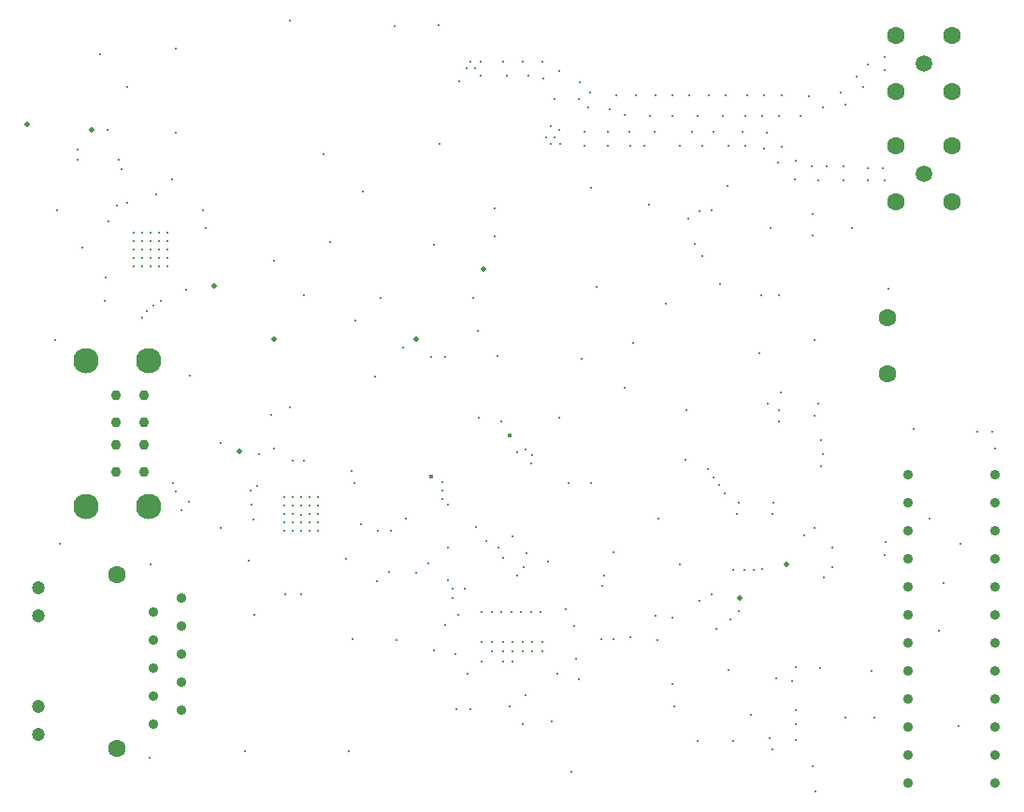
<source format=gbr>
%TF.GenerationSoftware,Altium Limited,Altium Designer,23.8.1 (32)*%
G04 Layer_Color=0*
%FSLAX45Y45*%
%MOMM*%
%TF.SameCoordinates,47205040-CD91-4698-B5C6-F5A5CD4DDF21*%
%TF.FilePolarity,Positive*%
%TF.FileFunction,Plated,1,4,PTH,Drill*%
%TF.Part,Single*%
G01*
G75*
%TA.AperFunction,ComponentDrill*%
%ADD169C,1.60000*%
%ADD170C,1.50000*%
%ADD171C,0.89000*%
%ADD172C,2.30000*%
%ADD173C,0.92000*%
%ADD174C,0.90000*%
%ADD175C,1.20000*%
%TA.AperFunction,ViaDrill,NotFilled*%
%ADD176C,0.30000*%
%ADD177C,0.20000*%
%ADD178C,0.50000*%
%ADD179C,0.40000*%
D169*
X10786000Y9096000D02*
D03*
Y9604000D02*
D03*
X11294000D02*
D03*
Y9096000D02*
D03*
X10786000Y8096000D02*
D03*
Y8604000D02*
D03*
X11294000D02*
D03*
Y8096000D02*
D03*
X10706100Y7048500D02*
D03*
Y6540500D02*
D03*
X3736000Y4722500D02*
D03*
Y3148500D02*
D03*
D170*
X11040000Y9350000D02*
D03*
Y8350000D02*
D03*
D171*
X11684000Y2832100D02*
D03*
Y3086100D02*
D03*
Y3340100D02*
D03*
Y3594100D02*
D03*
Y3848100D02*
D03*
Y4102100D02*
D03*
Y4356100D02*
D03*
Y4610100D02*
D03*
Y4864100D02*
D03*
Y5118100D02*
D03*
Y5372100D02*
D03*
Y5626100D02*
D03*
X10897000D02*
D03*
Y5372100D02*
D03*
Y5118100D02*
D03*
Y4864100D02*
D03*
Y4610100D02*
D03*
Y4356100D02*
D03*
Y4102100D02*
D03*
Y3848100D02*
D03*
Y3594100D02*
D03*
Y3340100D02*
D03*
Y3086100D02*
D03*
Y2832100D02*
D03*
D172*
X3450000Y5343000D02*
D03*
X4018000D02*
D03*
X3450000Y6657000D02*
D03*
X4018000D02*
D03*
D173*
X3983000Y6350000D02*
D03*
Y6100000D02*
D03*
Y5900000D02*
D03*
Y5650000D02*
D03*
X3721000Y6350000D02*
D03*
Y6100000D02*
D03*
Y5900000D02*
D03*
Y5650000D02*
D03*
D174*
X4320000Y4508500D02*
D03*
X4066000Y4381500D02*
D03*
X4320000Y4254500D02*
D03*
X4066000Y4127500D02*
D03*
X4320000Y4000500D02*
D03*
X4066000Y3873500D02*
D03*
X4320000Y3746500D02*
D03*
X4066000Y3619500D02*
D03*
X4320000Y3492500D02*
D03*
X4066000Y3365500D02*
D03*
D175*
X3025000Y4601500D02*
D03*
Y4346500D02*
D03*
Y3526500D02*
D03*
Y3271500D02*
D03*
D176*
X9563100Y7251700D02*
D03*
X9728200D02*
D03*
X10096500Y3873500D02*
D03*
X10033000Y2984500D02*
D03*
X9029700Y7607300D02*
D03*
X9118600Y8026400D02*
D03*
D177*
X8763000Y4330700D02*
D03*
X7035800Y3937000D02*
D03*
X7315200D02*
D03*
X7226300D02*
D03*
X7124700Y4025900D02*
D03*
X7226300D02*
D03*
X7035800Y4114800D02*
D03*
Y4381500D02*
D03*
X7569200D02*
D03*
X7581900Y4114800D02*
D03*
Y4025900D02*
D03*
X7493000D02*
D03*
X7404100D02*
D03*
X7315200D02*
D03*
X7658100Y8623300D02*
D03*
X7734300Y8750300D02*
D03*
X6896100Y9309100D02*
D03*
X6832600Y9194800D02*
D03*
X7937500Y6680200D02*
D03*
X7734300Y6146800D02*
D03*
X7010400D02*
D03*
X6324600Y6781800D02*
D03*
X5892800Y7023100D02*
D03*
X6997700Y6934200D02*
D03*
X6959600Y7226300D02*
D03*
X6121400D02*
D03*
X6604000Y7708900D02*
D03*
X5664200Y7734300D02*
D03*
X5956300Y8191500D02*
D03*
X6654800Y8623300D02*
D03*
X5600700Y8534400D02*
D03*
X6642100Y9702800D02*
D03*
X6248400Y9690100D02*
D03*
X5295900Y9740900D02*
D03*
X4267200Y9486900D02*
D03*
X3581400Y9436100D02*
D03*
X3644900Y8750300D02*
D03*
X3187700Y8026400D02*
D03*
X4267200Y8724900D02*
D03*
X4229100Y8305800D02*
D03*
X5422900Y7251700D02*
D03*
X5156200Y7569200D02*
D03*
X3619500Y7200900D02*
D03*
X3175000Y6845300D02*
D03*
X5016500Y5816600D02*
D03*
X4394200Y6527800D02*
D03*
X4673600Y5918200D02*
D03*
X3213100Y5003800D02*
D03*
X4038600Y4813300D02*
D03*
X4025900Y3060700D02*
D03*
X4673600Y5143500D02*
D03*
X6350000Y5232400D02*
D03*
X4978400Y4356100D02*
D03*
X5867400Y4140200D02*
D03*
X6807200Y3505200D02*
D03*
X7404100Y3365500D02*
D03*
X7912100Y3771900D02*
D03*
X7823200Y5549900D02*
D03*
X8026400D02*
D03*
X8877300Y5765800D02*
D03*
X8636000Y5232400D02*
D03*
X8826500Y4813300D02*
D03*
X9271000Y3860800D02*
D03*
X9474200Y3454400D02*
D03*
X9702800Y3784600D02*
D03*
X10058400Y2755900D02*
D03*
X11353800Y3352800D02*
D03*
X10591800Y3429000D02*
D03*
X11176000Y4216400D02*
D03*
X11214100Y4648200D02*
D03*
X10210800Y4965700D02*
D03*
X10109200Y5702300D02*
D03*
X11087100Y5232400D02*
D03*
X11684000Y5867400D02*
D03*
X10947400Y6045200D02*
D03*
X10718800Y7315200D02*
D03*
X10388600Y7861300D02*
D03*
X10045700Y6845300D02*
D03*
X9550400Y6731000D02*
D03*
X8890000Y6210300D02*
D03*
X8331200Y6413500D02*
D03*
X8407400Y6819900D02*
D03*
X9194800Y7353300D02*
D03*
X9652000Y7861300D02*
D03*
X9258300Y8242300D02*
D03*
X8077200Y7327900D02*
D03*
X8026400Y8229600D02*
D03*
X9994900Y9055100D02*
D03*
X10528300Y8293100D02*
D03*
X10680700D02*
D03*
X10668000Y8407400D02*
D03*
X10528300D02*
D03*
X10312400Y8420100D02*
D03*
Y8293100D02*
D03*
X10160000Y8420100D02*
D03*
X10083800Y8293100D02*
D03*
X9867900Y8305800D02*
D03*
X9715500Y8458200D02*
D03*
X10020300Y8420100D02*
D03*
X9880600Y8470900D02*
D03*
X9753600Y8597900D02*
D03*
X9613900Y8724900D02*
D03*
X9588500Y8585200D02*
D03*
X9423400Y8610600D02*
D03*
X9398000Y8737600D02*
D03*
X9131300D02*
D03*
X9271000Y8610600D02*
D03*
X9029700D02*
D03*
X8826500D02*
D03*
X8940800Y8737600D02*
D03*
X8597900D02*
D03*
X8509000Y8610600D02*
D03*
X8382000D02*
D03*
X8178800D02*
D03*
X8369300Y8737600D02*
D03*
X8178800D02*
D03*
X7962900D02*
D03*
Y8610600D02*
D03*
X7747000Y8623300D02*
D03*
X7620000Y8686800D02*
D03*
X7658100Y8788400D02*
D03*
X7696200Y9029700D02*
D03*
X7912100D02*
D03*
X8001000Y8953500D02*
D03*
X8191500Y8940800D02*
D03*
X8331200Y8890000D02*
D03*
X8559800Y8877300D02*
D03*
X8763000D02*
D03*
X8991600D02*
D03*
X9220200D02*
D03*
X9423400D02*
D03*
X9575800D02*
D03*
X9728200D02*
D03*
X9918700D02*
D03*
X10121900Y8953500D02*
D03*
X10325100Y8978900D02*
D03*
X10490200Y9144000D02*
D03*
X10680700Y9296400D02*
D03*
Y9410700D02*
D03*
X10528300Y9347200D02*
D03*
X10426700Y9232900D02*
D03*
X10287000Y9093200D02*
D03*
X9753600Y9067800D02*
D03*
X9588500D02*
D03*
X9436100D02*
D03*
X9245600D02*
D03*
X9093200D02*
D03*
X8915400D02*
D03*
X8763000D02*
D03*
X8610600D02*
D03*
X8432800D02*
D03*
X8255000D02*
D03*
X8013700Y9093200D02*
D03*
X7924800Y9182100D02*
D03*
X7734300Y9283700D02*
D03*
X7594600Y9220200D02*
D03*
X7454900Y9245600D02*
D03*
X7264400D02*
D03*
X7023100D02*
D03*
X7581900Y9372600D02*
D03*
X7404100D02*
D03*
X7226300D02*
D03*
X7023100D02*
D03*
X6934200D02*
D03*
X4889500Y3124200D02*
D03*
X5829300D02*
D03*
X7848600Y2933700D02*
D03*
X8991600Y3213100D02*
D03*
X7670800Y3390900D02*
D03*
X8775700Y3530600D02*
D03*
X8763000Y3733800D02*
D03*
X7188200Y4965700D02*
D03*
X6769100Y4597400D02*
D03*
X9309100Y4762500D02*
D03*
X7124700Y4114800D02*
D03*
X7226300D02*
D03*
X7493000D02*
D03*
X7404100D02*
D03*
X7315200D02*
D03*
X7124700Y4381500D02*
D03*
X7480300D02*
D03*
X7391400D02*
D03*
X7213600D02*
D03*
X7302500D02*
D03*
X7480300Y5727700D02*
D03*
X7353300Y5829300D02*
D03*
X6731000Y5359400D02*
D03*
X6680200Y5562600D02*
D03*
X5003800Y5524500D02*
D03*
X4965700Y5219700D02*
D03*
X4241800Y5549900D02*
D03*
X4318000Y5308600D02*
D03*
X9575800Y4775200D02*
D03*
X3962400Y7048500D02*
D03*
X4127500Y7200900D02*
D03*
X3378200Y8572500D02*
D03*
X3771900Y8394700D02*
D03*
X3378200Y8483600D02*
D03*
X3746500D02*
D03*
X5473700Y5118100D02*
D03*
X5549900D02*
D03*
Y5194300D02*
D03*
X5473700D02*
D03*
X5397500D02*
D03*
Y5118100D02*
D03*
X5321300D02*
D03*
Y5194300D02*
D03*
X5245100Y5118100D02*
D03*
Y5194300D02*
D03*
X5321300Y5346700D02*
D03*
X5397500D02*
D03*
X5473700D02*
D03*
X5549900D02*
D03*
Y5422900D02*
D03*
X5473700D02*
D03*
X5397500D02*
D03*
X5321300D02*
D03*
X5245100D02*
D03*
Y5346700D02*
D03*
Y5270500D02*
D03*
X5321300D02*
D03*
X5549900D02*
D03*
X5473700D02*
D03*
X4191000Y7747000D02*
D03*
Y7823200D02*
D03*
X4114800D02*
D03*
Y7747000D02*
D03*
X4191000Y7518400D02*
D03*
Y7594600D02*
D03*
X4114800Y7518400D02*
D03*
Y7594600D02*
D03*
X3886200Y7518400D02*
D03*
X3962400D02*
D03*
Y7594600D02*
D03*
X3886200D02*
D03*
Y7823200D02*
D03*
Y7747000D02*
D03*
Y7670800D02*
D03*
X3962400Y7747000D02*
D03*
Y7823200D02*
D03*
X4038600D02*
D03*
Y7747000D02*
D03*
Y7518400D02*
D03*
Y7594600D02*
D03*
X3962400Y7670800D02*
D03*
X4191000D02*
D03*
X4114800D02*
D03*
X6604000Y4038600D02*
D03*
X5422900Y5753100D02*
D03*
X6261100Y4127500D02*
D03*
X7150100Y7785100D02*
D03*
Y8039100D02*
D03*
X9309100Y3213100D02*
D03*
X8623300Y4127500D02*
D03*
X8140700Y4711700D02*
D03*
X7353300D02*
D03*
X7416800Y4787900D02*
D03*
X4508500Y8026400D02*
D03*
X3822700Y8089900D02*
D03*
X5257800Y4546600D02*
D03*
X5398100Y5267300D02*
D03*
X4039200Y7671600D02*
D03*
X9639300Y3238500D02*
D03*
X9664700Y3136900D02*
D03*
X10325100Y3429000D02*
D03*
X9880600Y3225800D02*
D03*
Y3365500D02*
D03*
Y3492500D02*
D03*
X10210800Y4787900D02*
D03*
X9842500Y3759200D02*
D03*
X9880600Y3886200D02*
D03*
X5854700Y5664200D02*
D03*
X4940300Y5486400D02*
D03*
X4953000Y5359400D02*
D03*
X6438900Y4737100D02*
D03*
X5397500Y4546600D02*
D03*
X6197600Y4749800D02*
D03*
X6083300Y4660900D02*
D03*
X6731000Y4965700D02*
D03*
X6553200Y4826000D02*
D03*
X7073900Y5029200D02*
D03*
X6985000Y5156200D02*
D03*
X8699500Y7175500D02*
D03*
X8547100Y8077200D02*
D03*
X8910300Y7945100D02*
D03*
X8966200Y7721600D02*
D03*
X9004300Y8013700D02*
D03*
X11658600Y6019800D02*
D03*
X11518900D02*
D03*
X10033000Y7797800D02*
D03*
Y7988300D02*
D03*
X11366500Y5003800D02*
D03*
X10680700Y4902200D02*
D03*
X10693400Y5016500D02*
D03*
X10134600Y4699000D02*
D03*
X8613908Y4346708D02*
D03*
X9004300Y4483100D02*
D03*
X9118600Y4546600D02*
D03*
X9156700Y4229100D02*
D03*
X10109200Y5943600D02*
D03*
X10121900Y5816600D02*
D03*
X10083800Y6273800D02*
D03*
X10045700Y6159500D02*
D03*
X9728200Y6210300D02*
D03*
X9740900Y6375400D02*
D03*
X9626600Y6273800D02*
D03*
X9728200Y6108700D02*
D03*
X9080500Y5676900D02*
D03*
X9131300Y5600700D02*
D03*
X9182100Y5537200D02*
D03*
X9232900Y5461000D02*
D03*
X10045700Y5143500D02*
D03*
X9956800Y5080000D02*
D03*
X9664700Y5270500D02*
D03*
X9677400Y5372100D02*
D03*
X8229600Y4927600D02*
D03*
X7175500Y6705600D02*
D03*
X8382000Y4152900D02*
D03*
X6070600Y6515100D02*
D03*
X6096000Y5118100D02*
D03*
X6210300D02*
D03*
X5295900Y6235700D02*
D03*
X5130800Y6172200D02*
D03*
X6680200Y5410200D02*
D03*
Y5486400D02*
D03*
X10566400Y3848100D02*
D03*
X9283700Y4318000D02*
D03*
X9359900Y4394200D02*
D03*
Y5372100D02*
D03*
X9347200Y5270500D02*
D03*
X4928600Y4851400D02*
D03*
X9410700Y4762500D02*
D03*
X9499600D02*
D03*
X4000500Y7112000D02*
D03*
X4064000Y7162800D02*
D03*
X6705600Y4267200D02*
D03*
X3822700Y9144000D02*
D03*
X4356100Y7302500D02*
D03*
X4533900Y7861300D02*
D03*
X4089400Y8166100D02*
D03*
X3632200Y7416800D02*
D03*
X3657600Y7924800D02*
D03*
X5156200Y5867400D02*
D03*
X5321300Y5753100D02*
D03*
X3416300Y7683500D02*
D03*
X3733800Y8064500D02*
D03*
X7493000Y5803900D02*
D03*
X7429500Y5854700D02*
D03*
X7315200Y5067300D02*
D03*
X5803900Y4864100D02*
D03*
X5943600Y5181600D02*
D03*
X5880100Y5549900D02*
D03*
X4381500Y5384800D02*
D03*
X4267200Y5473700D02*
D03*
X6731000Y4673600D02*
D03*
X8128000Y4622800D02*
D03*
X7226300Y4876800D02*
D03*
X7289800Y3530600D02*
D03*
X6819900Y4356100D02*
D03*
X7874000Y4254500D02*
D03*
X7797800Y4406900D02*
D03*
X6705600Y6692900D02*
D03*
X6578600D02*
D03*
X6794500Y4000500D02*
D03*
X7886700Y3962400D02*
D03*
X8229600Y4140200D02*
D03*
X8115300D02*
D03*
X7442200Y4914900D02*
D03*
X7632700Y4838700D02*
D03*
X7696200Y8686800D02*
D03*
X6972300Y9309100D02*
D03*
X7721600Y3822700D02*
D03*
X7429500Y3632200D02*
D03*
X6934200Y3505200D02*
D03*
X6908800Y3822700D02*
D03*
X6769100Y4508500D02*
D03*
X6883400Y4597400D02*
D03*
X7213600Y6108700D02*
D03*
D178*
X3505200Y8750300D02*
D03*
X7048500Y7493000D02*
D03*
X6445250Y6851650D02*
D03*
X9791700Y4813300D02*
D03*
X4838700Y5842000D02*
D03*
X5156200Y6858000D02*
D03*
X9372600Y4508500D02*
D03*
X4610100Y7340600D02*
D03*
X2921000Y8801100D02*
D03*
D179*
X6578600Y5613400D02*
D03*
X7289800Y5981700D02*
D03*
%TF.MD5,53311a77faac99a1c09a44038090d038*%
M02*

</source>
